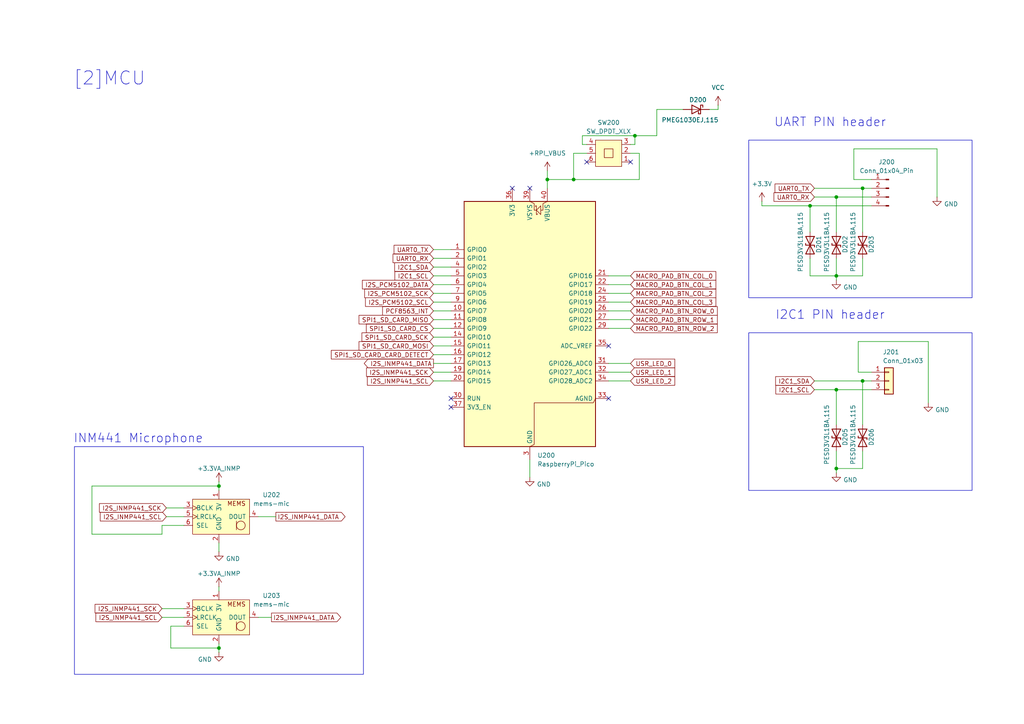
<source format=kicad_sch>
(kicad_sch (version 20231120) (generator "eeschema") (generator_version "8.0")
  (paper "A4")
  (lib_symbols
    (symbol "Connector:Conn_01x04_Pin" (pin_names (offset 1.016) hide)
      (property "Reference" "J" (at 0 5.08 0))
      (property "Value" "Conn_01x04_Pin" (at 0 -7.62 0))
      (symbol "Conn_01x04_Pin_1_1"
        (polyline (pts (xy 1.27 -5.08) (xy 0.8636 -5.08)) (stroke (width 0.1524)))
        (polyline (pts (xy 1.27 -2.54) (xy 0.8636 -2.54)) (stroke (width 0.1524)))
        (polyline (pts (xy 1.27 0) (xy 0.8636 0)) (stroke (width 0.1524)))
        (polyline (pts (xy 1.27 2.54) (xy 0.8636 2.54)) (stroke (width 0.1524)))
        (rectangle (start 0.8636 -4.953) (end 0 -5.207) (stroke (width 0.1524)) (fill (type outline)))
        (rectangle (start 0.8636 -2.413) (end 0 -2.667) (stroke (width 0.1524)) (fill (type outline)))
        (rectangle (start 0.8636 0.127) (end 0 -0.127) (stroke (width 0.1524)) (fill (type outline)))
        (rectangle (start 0.8636 2.667) (end 0 2.413) (stroke (width 0.1524)) (fill (type outline)))
        (pin passive line (at 5.08 2.54 180) (length 3.81) (name "Pin_1") (number "1"))
        (pin passive line (at 5.08 0 180) (length 3.81) (name "Pin_2") (number "2"))
        (pin passive line (at 5.08 -2.54 180) (length 3.81) (name "Pin_3") (number "3"))
        (pin passive line (at 5.08 -5.08 180) (length 3.81) (name "Pin_4") (number "4"))
      )
    )
    (symbol "Connector_Generic:Conn_01x03" (pin_names (offset 1.016) hide)
      (property "Reference" "J" (at 0 5.08 0))
      (property "Value" "Conn_01x03" (at 0 -5.08 0))
      (symbol "Conn_01x03_1_1"
        (rectangle (start -1.27 -2.413) (end 0 -2.667) (stroke (width 0.1524)))
        (rectangle (start -1.27 0.127) (end 0 -0.127) (stroke (width 0.1524)))
        (rectangle (start -1.27 2.667) (end 0 2.413) (stroke (width 0.1524)))
        (rectangle (start -1.27 3.81) (end 1.27 -3.81) (stroke (width 0.254)) (fill (type background)))
        (pin passive line (at -5.08 2.54 0) (length 3.81) (name "Pin_1") (number "1"))
        (pin passive line (at -5.08 0 0) (length 3.81) (name "Pin_2") (number "2"))
        (pin passive line (at -5.08 -2.54 0) (length 3.81) (name "Pin_3") (number "3"))
      )
    )
    (symbol "Device:D_Schottky" (pin_numbers hide) (pin_names (offset 1.016) hide)
      (property "Reference" "D" (at 0 2.54 0))
      (property "Value" "D_Schottky" (at 0 -2.54 0))
      (symbol "D_Schottky_0_1"
        (polyline (pts (xy 1.27 0) (xy -1.27 0)))
        (polyline (pts (xy 1.27 1.27) (xy 1.27 -1.27) (xy -1.27 0) (xy 1.27 1.27)) (stroke (width 0.254)))
        (polyline (pts (xy -1.905 0.635) (xy -1.905 1.27) (xy -1.27 1.27) (xy -1.27 -1.27) (xy -0.635 -1.27) (xy -0.635 -0.635)) (stroke (width 0.254)))
      )
      (symbol "D_Schottky_1_1"
        (pin passive line (at -3.81 0 0) (length 2.54) (name "K") (number "1"))
        (pin passive line (at 3.81 0 180) (length 2.54) (name "A") (number "2"))
      )
    )
    (symbol "Device:D_TVS" (pin_numbers hide) (pin_names (offset 1.016) hide)
      (property "Reference" "D" (at 0 2.54 0))
      (property "Value" "D_TVS" (at 0 -2.54 0))
      (symbol "D_TVS_0_1"
        (polyline (pts (xy 1.27 0) (xy -1.27 0)))
        (polyline (pts (xy 0.508 1.27) (xy 0 1.27) (xy 0 -1.27) (xy -0.508 -1.27)) (stroke (width 0.254)))
        (polyline (pts (xy -2.54 1.27) (xy -2.54 -1.27) (xy 2.54 1.27) (xy 2.54 -1.27) (xy -2.54 1.27)) (stroke (width 0.254)))
      )
      (symbol "D_TVS_1_1"
        (pin passive line (at -3.81 0 0) (length 2.54) (name "A1") (number "1"))
        (pin passive line (at 3.81 0 180) (length 2.54) (name "A2") (number "2"))
      )
    )
    (symbol "MCU_Module_RaspberryPi_Pico:RaspberryPi_Pico" (pin_names (offset 0.762))
      (property "Reference" "A" (at -19.05 38.1 0))
      (property "Value" "RaspberryPi_Pico" (at 7.62 38.1 0))
      (symbol "RaspberryPi_Pico_0_1"
        (rectangle (start -19.05 36.83) (end 19.05 -34.29) (stroke (width 0.254)) (fill (type background)))
        (polyline (pts (xy 0 36.83) (xy 1.27 36.195) (xy 1.27 34.29) (xy 1.905 34.29)))
        (polyline (pts (xy 1.905 34.29) (xy 3.175 35.56) (xy 3.175 33.02) (xy 1.905 34.29)))
        (polyline (pts (xy 5.08 36.83) (xy 3.81 36.195) (xy 3.81 34.29) (xy 3.175 34.29)))
        (polyline (pts (xy 0 -34.29) (xy 1.27 -33.655) (xy 1.27 -21.59) (xy 18.415 -21.59) (xy 19.05 -20.32)))
        (polyline (pts (xy 1.651 35.306) (xy 1.651 35.56) (xy 1.905 35.56) (xy 1.905 33.02) (xy 2.159 33.02) (xy 2.159 33.274)))
      )
      (symbol "RaspberryPi_Pico_1_1"
        (pin bidirectional line (at -22.86 22.86 0) (length 3.81) (name "GPIO0") (number "1"))
        (pin bidirectional line (at -22.86 5.08 0) (length 3.81) (name "GPIO7") (number "10"))
        (pin bidirectional line (at -22.86 2.54 0) (length 3.81) (name "GPIO8") (number "11"))
        (pin bidirectional line (at -22.86 0 0) (length 3.81) (name "GPIO9") (number "12"))
        (pin passive line (at 0 -38.1 90) (length 3.81) hide (name "GND") (number "13"))
        (pin bidirectional line (at -22.86 -2.54 0) (length 3.81) (name "GPIO10") (number "14"))
        (pin bidirectional line (at -22.86 -5.08 0) (length 3.81) (name "GPIO11") (number "15"))
        (pin bidirectional line (at -22.86 -7.62 0) (length 3.81) (name "GPIO12") (number "16"))
        (pin bidirectional line (at -22.86 -10.16 0) (length 3.81) (name "GPIO13") (number "17"))
        (pin passive line (at 0 -38.1 90) (length 3.81) hide (name "GND") (number "18"))
        (pin bidirectional line (at -22.86 -12.7 0) (length 3.81) (name "GPIO14") (number "19"))
        (pin bidirectional line (at -22.86 20.32 0) (length 3.81) (name "GPIO1") (number "2"))
        (pin bidirectional line (at -22.86 -15.24 0) (length 3.81) (name "GPIO15") (number "20"))
        (pin bidirectional line (at 22.86 15.24 180) (length 3.81) (name "GPIO16") (number "21"))
        (pin bidirectional line (at 22.86 12.7 180) (length 3.81) (name "GPIO17") (number "22"))
        (pin passive line (at 0 -38.1 90) (length 3.81) hide (name "GND") (number "23"))
        (pin bidirectional line (at 22.86 10.16 180) (length 3.81) (name "GPIO18") (number "24"))
        (pin bidirectional line (at 22.86 7.62 180) (length 3.81) (name "GPIO19") (number "25"))
        (pin bidirectional line (at 22.86 5.08 180) (length 3.81) (name "GPIO20") (number "26"))
        (pin bidirectional line (at 22.86 2.54 180) (length 3.81) (name "GPIO21") (number "27"))
        (pin passive line (at 0 -38.1 90) (length 3.81) hide (name "GND") (number "28"))
        (pin bidirectional line (at 22.86 0 180) (length 3.81) (name "GPIO22") (number "29"))
        (pin power_out line (at 0 -38.1 90) (length 3.81) (name "GND") (number "3"))
        (pin input line (at -22.86 -20.32 0) (length 3.81) (name "RUN") (number "30"))
        (pin bidirectional line (at 22.86 -10.16 180) (length 3.81) (name "GPIO26_ADC0") (number "31"))
        (pin bidirectional line (at 22.86 -12.7 180) (length 3.81) (name "GPIO27_ADC1") (number "32"))
        (pin power_out line (at 22.86 -20.32 180) (length 3.81) (name "AGND") (number "33"))
        (pin bidirectional line (at 22.86 -15.24 180) (length 3.81) (name "GPIO28_ADC2") (number "34"))
        (pin power_in line (at 22.86 -5.08 180) (length 3.81) (name "ADC_VREF") (number "35"))
        (pin power_out line (at -5.08 40.64 270) (length 3.81) (name "3V3") (number "36"))
        (pin input line (at -22.86 -22.86 0) (length 3.81) (name "3V3_EN") (number "37"))
        (pin passive line (at 0 -38.1 90) (length 3.81) hide (name "GND") (number "38"))
        (pin power_in line (at 0 40.64 270) (length 3.81) (name "VSYS") (number "39"))
        (pin bidirectional line (at -22.86 17.78 0) (length 3.81) (name "GPIO2") (number "4"))
        (pin power_out line (at 5.08 40.64 270) (length 3.81) (name "VBUS") (number "40"))
        (pin bidirectional line (at -22.86 15.24 0) (length 3.81) (name "GPIO3") (number "5"))
        (pin bidirectional line (at -22.86 12.7 0) (length 3.81) (name "GPIO4") (number "6"))
        (pin bidirectional line (at -22.86 10.16 0) (length 3.81) (name "GPIO5") (number "7"))
        (pin passive line (at 0 -38.1 90) (length 3.81) hide (name "GND") (number "8"))
        (pin bidirectional line (at -22.86 7.62 0) (length 3.81) (name "GPIO6") (number "9"))
      )
    )
    (symbol "power:+3.3V" (power) (pin_numbers hide) (pin_names (offset 0) hide)
      (property "Value" "+3.3V" (at 0 3.556 0))
      (symbol "+3.3V_0_1"
        (polyline (pts (xy -0.762 1.27) (xy 0 2.54)))
        (polyline (pts (xy 0 0) (xy 0 2.54)))
        (polyline (pts (xy 0 2.54) (xy 0.762 1.27)))
      )
      (symbol "+3.3V_1_1"
        (pin power_in line (at 0 0 90) (length 0) (name "~") (number "1"))
      )
    )
    (symbol "power:+3.3VA" (power) (pin_numbers hide) (pin_names (offset 0) hide)
      (property "Value" "+3.3VA" (at 0 3.556 0))
      (symbol "+3.3VA_0_1"
        (polyline (pts (xy -0.762 1.27) (xy 0 2.54)))
        (polyline (pts (xy 0 0) (xy 0 2.54)))
        (polyline (pts (xy 0 2.54) (xy 0.762 1.27)))
      )
      (symbol "+3.3VA_1_1"
        (pin power_in line (at 0 0 90) (length 0) (name "~") (number "1"))
      )
    )
    (symbol "power:+3.3VADC" (power) (pin_numbers hide) (pin_names (offset 0) hide)
      (property "Value" "+3.3VADC" (at 0 3.556 0))
      (symbol "+3.3VADC_0_0"
        (pin power_in line (at 0 0 90) (length 0) (name "~") (number "1"))
      )
      (symbol "+3.3VADC_0_1"
        (polyline (pts (xy -0.762 1.27) (xy 0 2.54)))
        (polyline (pts (xy 0 0) (xy 0 2.54)))
        (polyline (pts (xy 0 2.54) (xy 0.762 1.27)))
      )
    )
    (symbol "power:GND" (power) (pin_numbers hide) (pin_names (offset 0) hide)
      (property "Value" "GND" (at 0 -3.81 0))
      (symbol "GND_0_1"
        (polyline (pts (xy 0 0) (xy 0 -1.27) (xy 1.27 -1.27) (xy 0 -2.54) (xy -1.27 -1.27) (xy 0 -1.27)))
      )
      (symbol "GND_1_1"
        (pin power_in line (at 0 0 270) (length 0) (name "~") (number "1"))
      )
    )
    (symbol "power:VCC" (power) (pin_numbers hide) (pin_names (offset 0) hide)
      (property "Value" "VCC" (at 0 3.556 0))
      (symbol "VCC_0_1"
        (polyline (pts (xy -0.762 1.27) (xy 0 2.54)))
        (polyline (pts (xy 0 0) (xy 0 2.54)))
        (polyline (pts (xy 0 2.54) (xy 0.762 1.27)))
      )
      (symbol "VCC_1_1"
        (pin power_in line (at 0 0 90) (length 0) (name "~") (number "1"))
      )
    )
    (symbol "rpi_pico_media_board:SW_DPDT_XLX" (pin_names (offset 1.016))
      (property "Reference" "U" (at 0 5.08 0))
      (property "Value" "SW_DPDT_XLX" (at 0 2.54 0))
      (symbol "SW_DPDT_XLX_0_1"
        (rectangle (start -3.81 0) (end 3.81 -7.62) (fill (type background)))
        (polyline (pts (xy -1.27 -2.54) (xy 1.27 -2.54) (xy 1.27 -5.08) (xy -1.27 -5.08) (xy -1.27 -2.54)))
      )
      (symbol "SW_DPDT_XLX_1_1"
        (pin input line (at 6.35 -6.35 180) (length 2.54) (name "~") (number "1"))
        (pin input line (at 6.35 -3.81 180) (length 2.54) (name "~") (number "2"))
        (pin input line (at 6.35 -1.27 180) (length 2.54) (name "~") (number "3"))
        (pin input line (at -6.35 -1.27 0) (length 2.54) (name "~") (number "4"))
        (pin input line (at -6.35 -3.81 0) (length 2.54) (name "~") (number "5"))
        (pin input line (at -6.35 -6.35 0) (length 2.54) (name "~") (number "6"))
      )
    )
    (symbol "rpi_pico_media_board:mems-mic" (pin_names (offset 1.016))
      (property "Reference" "U" (at 7.62 6.35 0))
      (property "Value" "mems-mic" (at -7.62 -6.35 0))
      (symbol "mems-mic_0_0"
        (text "MEMS" (at 5.08 3.81 0) (effects (font (size 1.27 1.27))))
      )
      (symbol "mems-mic_0_1"
        (rectangle (start -7.62 5.08) (end 8.89 -5.08) (fill (type background)))
        (polyline (pts (xy 5.08 -1.27) (xy 5.08 -3.81)))
        (circle (center 6.35 -2.54) (radius 1.27))
      )
      (symbol "mems-mic_1_1"
        (pin power_in line (at 0 7.62 270) (length 2.54) (name "3V") (number "1"))
        (pin power_in line (at 0 -7.62 90) (length 2.54) (name "GND") (number "2"))
        (pin input clock (at -10.16 2.54 0) (length 2.54) (name "BCLK") (number "3"))
        (pin passive line (at 11.43 0 180) (length 2.54) (name "DOUT") (number "4"))
        (pin input clock (at -10.16 0 0) (length 2.54) (name "LRCLK") (number "5"))
        (pin input line (at -10.16 -2.54 0) (length 2.54) (name "SEL") (number "6"))
      )
    )
  )
  (junction (at 63.5 140.97))
  (junction (at 242.57 80.01))
  (junction (at 63.5 187.96))
  (junction (at 234.95 59.69))
  (junction (at 250.19 110.49))
  (junction (at 242.57 135.89))
  (junction (at 242.57 57.15))
  (junction (at 242.57 113.03))
  (junction (at 166.37 52.07))
  (junction (at 250.19 54.61))
  (junction (at 158.75 52.07))
  (junction (at 184.15 39.37))
  (no_connect (at 130.81 118.11))
  (no_connect (at 176.53 100.33))
  (no_connect (at 170.18 46.99))
  (no_connect (at 153.67 54.61))
  (no_connect (at 182.88 46.99))
  (no_connect (at 130.81 115.57))
  (no_connect (at 176.53 115.57))
  (no_connect (at 148.59 54.61))
  (wire (pts (xy 182.88 41.91) (xy 184.15 41.91)))
  (wire (pts (xy 250.19 74.93) (xy 250.19 80.01)))
  (wire (pts (xy 250.19 54.61) (xy 250.19 67.31)))
  (wire (pts (xy 74.93 149.86) (xy 80.01 149.86)))
  (wire (pts (xy 125.73 105.41) (xy 130.81 105.41)))
  (wire (pts (xy 63.5 140.97) (xy 26.67 140.97)))
  (wire (pts (xy 236.22 113.03) (xy 242.57 113.03)))
  (wire (pts (xy 63.5 157.48) (xy 63.5 160.02)))
  (wire (pts (xy 208.28 31.75) (xy 208.28 30.48)))
  (wire (pts (xy 125.73 85.09) (xy 130.81 85.09)))
  (wire (pts (xy 250.19 80.01) (xy 242.57 80.01)))
  (wire (pts (xy 168.91 39.37) (xy 184.15 39.37)))
  (wire (pts (xy 250.19 110.49) (xy 250.19 123.19)))
  (wire (pts (xy 125.73 72.39) (xy 130.81 72.39)))
  (wire (pts (xy 234.95 80.01) (xy 242.57 80.01)))
  (wire (pts (xy 176.53 82.55) (xy 182.88 82.55)))
  (wire (pts (xy 46.99 152.4) (xy 53.34 152.4)))
  (wire (pts (xy 125.73 82.55) (xy 130.81 82.55)))
  (wire (pts (xy 250.19 135.89) (xy 242.57 135.89)))
  (wire (pts (xy 166.37 52.07) (xy 158.75 52.07)))
  (wire (pts (xy 252.73 107.95) (xy 248.92 107.95)))
  (wire (pts (xy 49.53 187.96) (xy 63.5 187.96)))
  (wire (pts (xy 248.92 99.06) (xy 269.24 99.06)))
  (wire (pts (xy 176.53 110.49) (xy 182.88 110.49)))
  (wire (pts (xy 158.75 52.07) (xy 158.75 54.61)))
  (wire (pts (xy 242.57 113.03) (xy 252.73 113.03)))
  (wire (pts (xy 176.53 90.17) (xy 182.88 90.17)))
  (wire (pts (xy 176.53 105.41) (xy 182.88 105.41)))
  (wire (pts (xy 236.22 110.49) (xy 250.19 110.49)))
  (wire (pts (xy 125.73 110.49) (xy 130.81 110.49)))
  (wire (pts (xy 176.53 95.25) (xy 182.88 95.25)))
  (wire (pts (xy 26.67 140.97) (xy 26.67 154.94)))
  (wire (pts (xy 125.73 80.01) (xy 130.81 80.01)))
  (wire (pts (xy 190.5 31.75) (xy 190.5 39.37)))
  (wire (pts (xy 74.93 179.07) (xy 78.74 179.07)))
  (wire (pts (xy 242.57 57.15) (xy 252.73 57.15)))
  (wire (pts (xy 242.57 113.03) (xy 242.57 123.19)))
  (wire (pts (xy 125.73 100.33) (xy 130.81 100.33)))
  (wire (pts (xy 153.67 133.35) (xy 153.67 138.43)))
  (wire (pts (xy 125.73 95.25) (xy 130.81 95.25)))
  (wire (pts (xy 205.74 31.75) (xy 208.28 31.75)))
  (wire (pts (xy 170.18 44.45) (xy 166.37 44.45)))
  (wire (pts (xy 63.5 170.18) (xy 63.5 171.45)))
  (wire (pts (xy 250.19 110.49) (xy 252.73 110.49)))
  (wire (pts (xy 182.88 44.45) (xy 185.42 44.45)))
  (wire (pts (xy 125.73 74.93) (xy 130.81 74.93)))
  (wire (pts (xy 125.73 97.79) (xy 130.81 97.79)))
  (wire (pts (xy 252.73 52.07) (xy 247.65 52.07)))
  (wire (pts (xy 46.99 179.07) (xy 53.34 179.07)))
  (wire (pts (xy 125.73 107.95) (xy 130.81 107.95)))
  (wire (pts (xy 63.5 139.7) (xy 63.5 140.97)))
  (wire (pts (xy 185.42 52.07) (xy 166.37 52.07)))
  (wire (pts (xy 53.34 181.61) (xy 49.53 181.61)))
  (wire (pts (xy 63.5 187.96) (xy 63.5 189.23)))
  (wire (pts (xy 250.19 54.61) (xy 252.73 54.61)))
  (wire (pts (xy 125.73 87.63) (xy 130.81 87.63)))
  (wire (pts (xy 63.5 140.97) (xy 63.5 142.24)))
  (wire (pts (xy 250.19 130.81) (xy 250.19 135.89)))
  (wire (pts (xy 170.18 41.91) (xy 168.91 41.91)))
  (wire (pts (xy 63.5 186.69) (xy 63.5 187.96)))
  (wire (pts (xy 271.78 43.18) (xy 271.78 57.15)))
  (wire (pts (xy 248.92 107.95) (xy 248.92 99.06)))
  (wire (pts (xy 166.37 44.45) (xy 166.37 52.07)))
  (wire (pts (xy 247.65 43.18) (xy 271.78 43.18)))
  (wire (pts (xy 247.65 52.07) (xy 247.65 43.18)))
  (wire (pts (xy 269.24 99.06) (xy 269.24 116.84)))
  (wire (pts (xy 176.53 80.01) (xy 182.88 80.01)))
  (wire (pts (xy 234.95 59.69) (xy 252.73 59.69)))
  (wire (pts (xy 220.98 59.69) (xy 234.95 59.69)))
  (wire (pts (xy 242.57 130.81) (xy 242.57 135.89)))
  (wire (pts (xy 234.95 74.93) (xy 234.95 80.01)))
  (wire (pts (xy 184.15 39.37) (xy 184.15 41.91)))
  (wire (pts (xy 26.67 154.94) (xy 46.99 154.94)))
  (wire (pts (xy 125.73 102.87) (xy 130.81 102.87)))
  (wire (pts (xy 176.53 87.63) (xy 182.88 87.63)))
  (wire (pts (xy 242.57 80.01) (xy 242.57 81.28)))
  (wire (pts (xy 48.26 147.32) (xy 53.34 147.32)))
  (wire (pts (xy 48.26 149.86) (xy 53.34 149.86)))
  (wire (pts (xy 236.22 57.15) (xy 242.57 57.15)))
  (wire (pts (xy 242.57 57.15) (xy 242.57 67.31)))
  (wire (pts (xy 176.53 107.95) (xy 182.88 107.95)))
  (wire (pts (xy 176.53 92.71) (xy 182.88 92.71)))
  (wire (pts (xy 220.98 58.42) (xy 220.98 59.69)))
  (wire (pts (xy 242.57 74.93) (xy 242.57 80.01)))
  (wire (pts (xy 125.73 77.47) (xy 130.81 77.47)))
  (wire (pts (xy 185.42 44.45) (xy 185.42 52.07)))
  (wire (pts (xy 46.99 154.94) (xy 46.99 152.4)))
  (wire (pts (xy 176.53 85.09) (xy 182.88 85.09)))
  (wire (pts (xy 168.91 41.91) (xy 168.91 39.37)))
  (wire (pts (xy 46.99 176.53) (xy 53.34 176.53)))
  (wire (pts (xy 49.53 181.61) (xy 49.53 187.96)))
  (wire (pts (xy 242.57 135.89) (xy 242.57 137.16)))
  (wire (pts (xy 234.95 59.69) (xy 234.95 67.31)))
  (wire (pts (xy 125.73 92.71) (xy 130.81 92.71)))
  (wire (pts (xy 158.75 49.53) (xy 158.75 52.07)))
  (wire (pts (xy 125.73 90.17) (xy 130.81 90.17)))
  (wire (pts (xy 190.5 39.37) (xy 184.15 39.37)))
  (wire (pts (xy 236.22 54.61) (xy 250.19 54.61)))
  (wire (pts (xy 190.5 31.75) (xy 198.12 31.75)))
  (rectangle (start 217.17 96.52) (end 281.94 142.24))
  (rectangle (start 217.17 40.64) (end 281.94 86.36))
  (rectangle (start 21.59 129.54) (end 105.41 195.58))
  (text "INM441 Microphone" (at 40.132 127.254 0) (effects (font (size 2.54 2.54))))
  (text "UART PIN header" (at 240.792 35.56 0) (effects (font (size 2.54 2.54))))
  (text "I2C1 PIN header" (at 240.792 91.44 0) (effects (font (size 2.54 2.54))))
  (text "[2]MCU" (at 31.75 22.86 0) (effects (font (size 3.81 3.81))))
  (global_label "UART0_TX" (shape input) (at 236.22 54.61 180) (property "Intersheetrefs" "${INTERSHEET_REFS}" (effects (hide yes))))
  (global_label "SPI1_SD_CARD_MISO" (shape input) (at 125.73 92.71 180) (property "Intersheetrefs" "${INTERSHEET_REFS}" (effects (hide yes))))
  (global_label "SPI1_SD_CARD_MOSI" (shape input) (at 125.73 100.33 180) (property "Intersheetrefs" "${INTERSHEET_REFS}" (effects (hide yes))))
  (global_label "UART0_TX" (shape input) (at 125.73 72.39 180) (property "Intersheetrefs" "${INTERSHEET_REFS}" (effects (hide yes))))
  (global_label "I2S_INMP441_SCK" (shape input) (at 46.99 176.53 180) (property "Intersheetrefs" "${INTERSHEET_REFS}" (effects (hide yes))))
  (global_label "USR_LED_1" (shape input) (at 182.88 107.95 0) (property "Intersheetrefs" "${INTERSHEET_REFS}" (effects (hide yes))))
  (global_label "I2S_INMP441_SCL" (shape input) (at 46.99 179.07 180) (property "Intersheetrefs" "${INTERSHEET_REFS}" (effects (hide yes))))
  (global_label "I2C1_SDA" (shape input) (at 236.22 110.49 180) (property "Intersheetrefs" "${INTERSHEET_REFS}" (effects (hide yes))))
  (global_label "SPI1_SD_CARD_CARD_DETECT" (shape input) (at 125.73 102.87 180) (property "Intersheetrefs" "${INTERSHEET_REFS}" (effects (hide yes))))
  (global_label "I2C1_SDA" (shape input) (at 125.73 77.47 180) (property "Intersheetrefs" "${INTERSHEET_REFS}" (effects (hide yes))))
  (global_label "MACRO_PAD_BTN_ROW_1" (shape input) (at 182.88 92.71 0) (property "Intersheetrefs" "${INTERSHEET_REFS}" (effects (hide yes))))
  (global_label "MACRO_PAD_BTN_COL_1" (shape input) (at 182.88 82.55 0) (property "Intersheetrefs" "${INTERSHEET_REFS}" (effects (hide yes))))
  (global_label "USR_LED_0" (shape input) (at 182.88 105.41 0) (property "Intersheetrefs" "${INTERSHEET_REFS}" (effects (hide yes))))
  (global_label "UART0_RX" (shape input) (at 125.73 74.93 180) (property "Intersheetrefs" "${INTERSHEET_REFS}" (effects (hide yes))))
  (global_label "I2S_PCM5102_DATA" (shape input) (at 125.73 82.55 180) (property "Intersheetrefs" "${INTERSHEET_REFS}" (effects (hide yes))))
  (global_label "MACRO_PAD_BTN_COL_0" (shape input) (at 182.88 80.01 0) (property "Intersheetrefs" "${INTERSHEET_REFS}" (effects (hide yes))))
  (global_label "UART0_RX" (shape input) (at 236.22 57.15 180) (property "Intersheetrefs" "${INTERSHEET_REFS}" (effects (hide yes))))
  (global_label "SPI1_SD_CARD_CS" (shape input) (at 125.73 95.25 180) (property "Intersheetrefs" "${INTERSHEET_REFS}" (effects (hide yes))))
  (global_label "MACRO_PAD_BTN_COL_3" (shape input) (at 182.88 87.63 0) (property "Intersheetrefs" "${INTERSHEET_REFS}" (effects (hide yes))))
  (global_label "I2S_INMP441_DATA" (shape output) (at 125.73 105.41 180) (property "Intersheetrefs" "${INTERSHEET_REFS}" (effects (hide yes))))
  (global_label "MACRO_PAD_BTN_ROW_0" (shape input) (at 182.88 90.17 0) (property "Intersheetrefs" "${INTERSHEET_REFS}" (effects (hide yes))))
  (global_label "MACRO_PAD_BTN_ROW_2" (shape input) (at 182.88 95.25 0) (property "Intersheetrefs" "${INTERSHEET_REFS}" (effects (hide yes))))
  (global_label "I2S_INMP441_DATA" (shape output) (at 80.01 149.86 0) (property "Intersheetrefs" "${INTERSHEET_REFS}" (effects (hide yes))))
  (global_label "I2S_PCM5102_SCL" (shape input) (at 125.73 87.63 180) (property "Intersheetrefs" "${INTERSHEET_REFS}" (effects (hide yes))))
  (global_label "PCF8563_INT" (shape input) (at 125.73 90.17 180) (property "Intersheetrefs" "${INTERSHEET_REFS}" (effects (hide yes))))
  (global_label "MACRO_PAD_BTN_COL_2" (shape input) (at 182.88 85.09 0) (property "Intersheetrefs" "${INTERSHEET_REFS}" (effects (hide yes))))
  (global_label "I2S_INMP441_DATA" (shape output) (at 78.74 179.07 0) (property "Intersheetrefs" "${INTERSHEET_REFS}" (effects (hide yes))))
  (global_label "I2S_INMP441_SCL" (shape input) (at 48.26 149.86 180) (property "Intersheetrefs" "${INTERSHEET_REFS}" (effects (hide yes))))
  (global_label "USR_LED_2" (shape input) (at 182.88 110.49 0) (property "Intersheetrefs" "${INTERSHEET_REFS}" (effects (hide yes))))
  (global_label "SPI1_SD_CARD_SCK" (shape input) (at 125.73 97.79 180) (property "Intersheetrefs" "${INTERSHEET_REFS}" (effects (hide yes))))
  (global_label "I2C1_SCL" (shape input) (at 236.22 113.03 180) (property "Intersheetrefs" "${INTERSHEET_REFS}" (effects (hide yes))))
  (global_label "I2S_INMP441_SCK" (shape input) (at 48.26 147.32 180) (property "Intersheetrefs" "${INTERSHEET_REFS}" (effects (hide yes))))
  (global_label "I2S_INMP441_SCL" (shape input) (at 125.73 110.49 180) (property "Intersheetrefs" "${INTERSHEET_REFS}" (effects (hide yes))))
  (global_label "I2C1_SCL" (shape input) (at 125.73 80.01 180) (property "Intersheetrefs" "${INTERSHEET_REFS}" (effects (hide yes))))
  (global_label "I2S_INMP441_SCK" (shape input) (at 125.73 107.95 180) (property "Intersheetrefs" "${INTERSHEET_REFS}" (effects (hide yes))))
  (global_label "I2S_PCM5102_SCK" (shape input) (at 125.73 85.09 180) (property "Intersheetrefs" "${INTERSHEET_REFS}" (effects (hide yes))))
  (symbol (lib_id "rpi_pico_media_board:mems-mic") (at 63.5 179.07 0) (unit 1)
    (property "Reference" "U203" (at 78.74 172.7514 0))
    (property "Value" "mems-mic" (at 78.74 175.2914 0))
    (property "Footprint" "rpi_pico_media_board:inmp441" (effects (hide yes)))
    (property "Datasheet" "https://www.adafruit.com/product/3421" (effects (hide yes)))
  )
  (symbol (lib_id "rpi_pico_media_board:mems-mic") (at 63.5 149.86 0) (unit 1)
    (property "Reference" "U202" (at 78.74 143.5414 0))
    (property "Value" "mems-mic" (at 78.74 146.0814 0))
    (property "Footprint" "rpi_pico_media_board:inmp441" (effects (hide yes)))
    (property "Datasheet" "https://www.adafruit.com/product/3421" (effects (hide yes)))
  )
  (symbol (lib_id "power:GND") (at 269.24 116.84 0) (unit 1)
    (property "Reference" "#PWR66" (effects (hide yes)))
    (property "Value" "GND" (at 273.304 118.872 0))
    (property "Description" "Power symbol creates a global label with name \"GND\" , ground" (effects (hide yes)))
  )
  (symbol (lib_id "Device:D_TVS") (at 242.57 127 270) (unit 1)
    (property "Reference" "D205" (at 245.11 124.206 0) (effects (justify left)))
    (property "Value" "PESD3V3L1BA,115" (at 239.776 117.348 0) (effects (justify left)))
    (property "Footprint" "Diode_SMD:D_SOD-323" (effects (hide yes)))
    (property "Manufacturer" "Nexperia" (effects (hide yes)))
    (property "Manufacturer Part Number" "PESD3V3L1BA,115" (effects (hide yes)))
  )
  (symbol (lib_id "power:+3.3V") (at 220.98 58.42 0) (unit 1)
    (property "Reference" "#PWR63" (effects (hide yes)))
    (property "Value" "+3.3V" (at 220.98 53.34 0))
    (property "Description" "Power symbol creates a global label with name \"+3.3V\"" (effects (hide yes)))
  )
  (symbol (lib_id "rpi_pico_media_board:SW_DPDT_XLX") (at 176.53 40.64 0) (unit 1)
    (property "Reference" "SW200" (at 176.53 35.56 0))
    (property "Value" "SW_DPDT_XLX" (at 176.53 38.1 0))
    (property "Footprint" "rpi_pico_media_board:SW_DPDT_XLX" (effects (hide yes)))
  )
  (symbol (lib_id "Connector:Conn_01x04_Pin") (at 257.81 54.61 0) (mirror y) (unit 1)
    (property "Reference" "J200" (at 257.175 46.99 0))
    (property "Value" "Conn_01x04_Pin" (at 257.175 49.53 0))
    (property "Footprint" "Connector_PinSocket_2.54mm:PinSocket_1x04_P2.54mm_Vertical" (effects (hide yes)))
    (property "Description" "Generic connector, single row, 01x04, script generated" (effects (hide yes)))
  )
  (symbol (lib_id "Connector_Generic:Conn_01x03") (at 257.81 110.49 0) (unit 1)
    (property "Reference" "J201" (at 256.032 102.108 0) (effects (justify left)))
    (property "Value" "Conn_01x03" (at 256.032 104.648 0) (effects (justify left)))
    (property "Footprint" "Connector_PinSocket_2.54mm:PinSocket_1x03_P2.54mm_Vertical" (effects (hide yes)))
    (property "Description" "Generic connector, single row, 01x03, script generated (kicad-library-utils/schlib/autogen/connector/)" (effects (hide yes)))
  )
  (symbol (lib_id "power:GND") (at 63.5 160.02 0) (unit 1)
    (property "Reference" "#PWR50" (effects (hide yes)))
    (property "Value" "GND" (at 67.564 162.052 0))
    (property "Description" "Power symbol creates a global label with name \"GND\" , ground" (effects (hide yes)))
  )
  (symbol (lib_id "power:GND") (at 242.57 81.28 0) (unit 1)
    (property "Reference" "#PWR65" (effects (hide yes)))
    (property "Value" "GND" (at 246.634 83.312 0))
    (property "Description" "Power symbol creates a global label with name \"GND\" , ground" (effects (hide yes)))
  )
  (symbol (lib_id "Device:D_Schottky") (at 201.93 31.75 0) (mirror y) (unit 1)
    (property "Reference" "D200" (at 202.438 28.956 0))
    (property "Value" "PMEG1030EJ,115" (at 200.152 34.798 0))
    (property "Footprint" "Diode_SMD:D_SOD-323F" (effects (hide yes)))
    (property "Datasheet" "https://assets.nexperia.com/documents/data-sheet/PMEG1030EH_EJ.pdf" (effects (hide yes)))
    (property "Description" "Schottky diode" (effects (hide yes)))
    (property "Manufacturer" "Nexperia" (effects (hide yes)))
    (property "Manufacturer Part Number" "PMEG1030EJ,115" (effects (hide yes)))
  )
  (symbol (lib_id "power:+3.3VA") (at 63.5 139.7 0) (unit 1)
    (property "Reference" "#PWR52" (effects (hide yes)))
    (property "Value" "+3.3VA_INMP" (at 63.5 135.89 0))
    (property "Description" "Power symbol creates a global label with name \"+3.3VA\"" (effects (hide yes)))
  )
  (symbol (lib_id "MCU_Module_RaspberryPi_Pico:RaspberryPi_Pico") (at 153.67 95.25 0) (unit 1)
    (property "Reference" "U200" (at 155.8641 132.08 0) (effects (justify left)))
    (property "Value" "RaspberryPi_Pico" (at 155.8641 134.62 0) (effects (justify left)))
    (property "Footprint" "Module_RaspberryPi_Pico:RaspberryPi_Pico_Common_THT" (effects (hide yes)))
    (property "Datasheet" "https://datasheets.raspberrypi.com/pico/pico-datasheet.pdf" (effects (hide yes)))
    (property "Description" "Versatile and inexpensive microcontroller module powered by RP2040 dual-core Arm Cortex-M0+ processor up to 133 MHz, 264kB SRAM, 2MB QSPI flash" (effects (hide yes)))
  )
  (symbol (lib_id "power:GND") (at 63.5 189.23 0) (mirror y) (unit 1)
    (property "Reference" "#PWR55" (effects (hide yes)))
    (property "Value" "GND" (at 59.436 191.262 0))
    (property "Description" "Power symbol creates a global label with name \"GND\" , ground" (effects (hide yes)))
  )
  (symbol (lib_id "Device:D_TVS") (at 250.19 127 270) (unit 1)
    (property "Reference" "D206" (at 252.73 124.206 0) (effects (justify left)))
    (property "Value" "PESD3V3L1BA,115" (at 247.396 117.348 0) (effects (justify left)))
    (property "Footprint" "Diode_SMD:D_SOD-323" (effects (hide yes)))
    (property "Manufacturer" "Nexperia" (effects (hide yes)))
    (property "Manufacturer Part Number" "PESD3V3L1BA,115" (effects (hide yes)))
  )
  (symbol (lib_id "power:GND") (at 242.57 137.16 0) (unit 1)
    (property "Reference" "#PWR67" (effects (hide yes)))
    (property "Value" "GND" (at 246.634 139.192 0))
    (property "Description" "Power symbol creates a global label with name \"GND\" , ground" (effects (hide yes)))
  )
  (symbol (lib_id "Device:D_TVS") (at 242.57 71.12 270) (unit 1)
    (property "Reference" "D202" (at 245.11 68.326 0) (effects (justify left)))
    (property "Value" "PESD3V3L1BA,115" (at 239.776 61.468 0) (effects (justify left)))
    (property "Footprint" "Diode_SMD:D_SOD-323" (effects (hide yes)))
    (property "Manufacturer" "Nexperia" (effects (hide yes)))
    (property "Manufacturer Part Number" "PESD3V3L1BA,115" (effects (hide yes)))
  )
  (symbol (lib_id "Device:D_TVS") (at 234.95 71.12 270) (unit 1)
    (property "Reference" "D201" (at 237.49 68.326 0) (effects (justify left)))
    (property "Value" "PESD3V3L1BA,115" (at 232.156 61.468 0) (effects (justify left)))
    (property "Footprint" "Diode_SMD:D_SOD-323" (effects (hide yes)))
    (property "Manufacturer" "Nexperia" (effects (hide yes)))
    (property "Manufacturer Part Number" "PESD3V3L1BA,115" (effects (hide yes)))
  )
  (symbol (lib_id "power:VCC") (at 208.28 30.48 0) (unit 1)
    (property "Reference" "#PWR49" (effects (hide yes)))
    (property "Value" "VCC" (at 208.28 25.4 0))
    (property "Description" "Power symbol creates a global label with name \"VCC\"" (effects (hide yes)))
  )
  (symbol (lib_id "power:+3.3VA") (at 63.5 170.18 0) (unit 1)
    (property "Reference" "#PWR54" (effects (hide yes)))
    (property "Value" "+3.3VA_INMP" (at 63.5 166.37 0))
    (property "Description" "Power symbol creates a global label with name \"+3.3VA\"" (effects (hide yes)))
  )
  (symbol (lib_id "power:+3.3VADC") (at 158.75 49.53 0) (unit 1)
    (property "Reference" "#PWR33" (effects (hide yes)))
    (property "Value" "+RPI_VBUS" (at 158.75 44.45 0))
    (property "Description" "Power symbol creates a global label with name \"+3.3VADC\"" (effects (hide yes)))
  )
  (symbol (lib_id "power:GND") (at 153.67 138.43 0) (unit 1)
    (property "Reference" "#PWR32" (effects (hide yes)))
    (property "Value" "GND" (at 157.734 140.462 0))
    (property "Description" "Power symbol creates a global label with name \"GND\" , ground" (effects (hide yes)))
  )
  (symbol (lib_id "Device:D_TVS") (at 250.19 71.12 270) (unit 1)
    (property "Reference" "D203" (at 252.73 68.326 0) (effects (justify left)))
    (property "Value" "PESD3V3L1BA,115" (at 247.396 61.468 0) (effects (justify left)))
    (property "Footprint" "Diode_SMD:D_SOD-323" (effects (hide yes)))
    (property "Manufacturer" "Nexperia" (effects (hide yes)))
    (property "Manufacturer Part Number" "PESD3V3L1BA,115" (effects (hide yes)))
  )
  (symbol (lib_id "power:GND") (at 271.78 57.15 0) (unit 1)
    (property "Reference" "#PWR64" (effects (hide yes)))
    (property "Value" "GND" (at 275.844 59.182 0))
    (property "Description" "Power symbol creates a global label with name \"GND\" , ground" (effects (hide yes)))
  )
)
</source>
